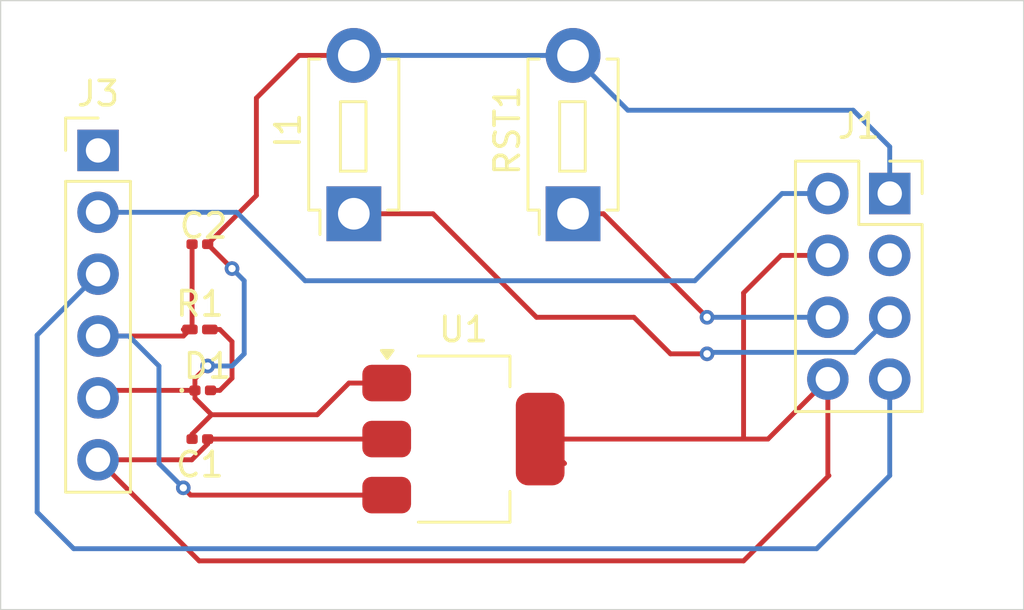
<source format=kicad_pcb>
(kicad_pcb (version 20240108) (generator "pcbnew") (generator_version "8.0")
  (layers (0 "F.Cu" signal) (31 "B.Cu" signal) (34 "B.Paste" user) (35 "F.Paste" user) (36 "B.SilkS" user "B.Silkscreen") (37 "F.SilkS" user "F.Silkscreen") (38 "B.Mask" user) (39 "F.Mask" user) (44 "Edge.Cuts" user))
  (net 0 "")
  (net 1 "/GND")
  (net 2 "/3v3")
  (net 3 "/5V")
  (net 4 "/r1d1")
  (net 5 "/rst")
  (net 6 "/tx2rx")
  (net 8 "/rx2tx")
  (net 9 "/I01")
  (footprint "LED_SMD:LED_0201_0603Metric" (layer "F.Cu") (at 107.7975 67.5)
    (property "Reference" "D1" (at 0.2025 -1 0) (layer "F.SilkS"))
    (property "Value" "LED")
    (fp_circle (center -0.86 0) (end -0.81 0) (stroke (width 0.1)) (fill none) (layer "F.SilkS"))
    (pad "1" smd roundrect (at -0.32 0) (size 0.46 0.4) (layers "F.Cu" "F.Mask") (net 1 "/GND"))
    (pad "2" smd roundrect (at 0.32 0) (size 0.46 0.4) (layers "F.Cu" "F.Mask") (net 4 "/r1d1"))
  )
  (footprint "Capacitor_SMD:C_0201_0603Metric" (layer "F.Cu") (at 107.68 61.5)
    (property "Reference" "C2" (at 0.155 -0.75 0) (layer "F.SilkS"))
    (property "Value" "10U")
    (pad "1" smd roundrect (at -0.32 0) (size 0.46 0.4) (layers "F.Cu" "F.Mask") (net 3 "/5V"))
    (pad "2" smd roundrect (at 0.32 0) (size 0.46 0.4) (layers "F.Cu" "F.Mask") (net 1 "/GND"))
  )
  (footprint "Package_TO_SOT_SMD:SOT-223-3_TabPin2" (layer "F.Cu") (at 118.5 69.5)
    (property "Reference" "U1" (at 0 -4.5 0) (layer "F.SilkS"))
    (property "Value" "AMS1117-3.3")
    (fp_line (start -1.85 -3.41) (end 1.91 -3.41) (stroke (width 0.12)) (layer "F.SilkS"))
    (fp_line (start -1.85 3.41) (end 1.91 3.41) (stroke (width 0.12)) (layer "F.SilkS"))
    (fp_line (start 1.91 -3.41) (end 1.91 -2.15) (stroke (width 0.12)) (layer "F.SilkS"))
    (fp_line (start 1.91 3.41) (end 1.91 2.15) (stroke (width 0.12)) (layer "F.SilkS"))
    (fp_poly (pts (xy -3.13 -3.31) (xy -3.37 -3.64) (xy -2.89 -3.64) (xy -3.13 -3.31)) (stroke (width 0.12)) (fill solid) (layer "F.SilkS"))
    (pad "1" smd roundrect (at -3.15 -2.3) (size 2 1.5) (layers "F.Cu" "F.Paste" "F.Mask") (net 1 "/GND"))
    (pad "2" smd roundrect (at -3.15 0) (size 2 1.5) (layers "F.Cu" "F.Paste" "F.Mask") (net 2 "/3v3"))
    (pad "2" smd roundrect (at 3.15 0) (size 2 3.8) (layers "F.Cu" "F.Paste" "F.Mask") (net 2 "/3v3"))
    (pad "3" smd roundrect (at -3.15 2.3) (size 2 1.5) (layers "F.Cu" "F.Paste" "F.Mask") (net 3 "/5V"))
  )
  (footprint "Connector_PinHeader_2.54mm:PinHeader_1x06_P2.54mm_Vertical" (layer "F.Cu") (at 103.5 57.65)
    (property "Reference" "J3" (at 0 -2.33 0) (layer "F.SilkS"))
    (property "Value" "Conn_01x06_Pin")
    (fp_line (start -1.33 -1.33) (end 0 -1.33) (stroke (width 0.12)) (layer "F.SilkS"))
    (fp_line (start -1.33 0) (end -1.33 -1.33) (stroke (width 0.12)) (layer "F.SilkS"))
    (fp_line (start -1.33 1.27) (end -1.33 14.03) (stroke (width 0.12)) (layer "F.SilkS"))
    (fp_line (start -1.33 1.27) (end 1.33 1.27) (stroke (width 0.12)) (layer "F.SilkS"))
    (fp_line (start -1.33 14.03) (end 1.33 14.03) (stroke (width 0.12)) (layer "F.SilkS"))
    (fp_line (start 1.33 1.27) (end 1.33 14.03) (stroke (width 0.12)) (layer "F.SilkS"))
    (pad "1" thru_hole rect (at 0 0) (size 1.7 1.7) (drill 1) (layers "*.Cu" "*.Mask"))
    (pad "2" thru_hole oval (at 0 2.54) (size 1.7 1.7) (drill 1) (layers "*.Cu" "*.Mask") (net 6 "/tx2rx"))
    (pad "3" thru_hole oval (at 0 5.08) (size 1.7 1.7) (drill 1) (layers "*.Cu" "*.Mask") (net 8 "/rx2tx"))
    (pad "4" thru_hole oval (at 0 7.62) (size 1.7 1.7) (drill 1) (layers "*.Cu" "*.Mask") (net 3 "/5V"))
    (pad "5" thru_hole oval (at 0 10.16) (size 1.7 1.7) (drill 1) (layers "*.Cu" "*.Mask") (net 1 "/GND"))
    (pad "6" thru_hole oval (at 0 12.7) (size 1.7 1.7) (drill 1) (layers "*.Cu" "*.Mask") (net 2 "/3v3"))
  )
  (footprint "Button_Switch_THT:SW_PUSH_1P1T_6x3.5mm_H4.3_APEM_MJTP1243" (layer "F.Cu") (at 114 60.25 90)
    (property "Reference" "I1" (at 3.42 -2.7 90) (layer "F.SilkS"))
    (property "Value" "I01")
    (fp_line (start 6.35 -1.85) (end 0.15 -1.85) (stroke (width 0.12)) (layer "F.SilkS"))
    (fp_line (start 6.35 -1.85) (end 6.35 -1.39) (stroke (width 0.12)) (layer "F.SilkS"))
    (fp_line (start 0.15 -1.85) (end 0.15 -1.39) (stroke (width 0.12)) (layer "F.SilkS"))
    (fp_line (start 0.15 -1.39) (end -0.85 -1.39) (stroke (width 0.12)) (layer "F.SilkS"))
    (fp_line (start 6.35 1.39) (end 6.35 1.85) (stroke (width 0.12)) (layer "F.SilkS"))
    (fp_line (start 0.15 1.39) (end 0.15 1.85) (stroke (width 0.12)) (layer "F.SilkS"))
    (fp_line (start 0.15 1.85) (end 6.35 1.85) (stroke (width 0.12)) (layer "F.SilkS"))
    (fp_rect (start 1.75 -0.55) (end 4.6 0.5) (stroke (width 0.12)) (fill none) (layer "F.SilkS"))
    (pad "1" thru_hole rect (at 0 0 180) (size 2.25 2.25) (drill 1.3) (layers "*.Cu" "*.Mask") (net 9 "/I01"))
    (pad "2" thru_hole circle (at 6.5 0 180) (size 2.25 2.25) (drill 1.3) (layers "*.Cu" "*.Mask") (net 1 "/GND"))
  )
  (footprint "Connector_PinSocket_2.54mm:PinSocket_2x04_P2.54mm_Vertical" (layer "F.Cu") (at 136 59.42)
    (property "Reference" "J1" (at -1.27 -2.77 0) (layer "F.SilkS"))
    (property "Value" "~")
    (fp_line (start -3.87 -1.33) (end -3.87 8.95) (stroke (width 0.12)) (layer "F.SilkS"))
    (fp_line (start -3.87 -1.33) (end -1.27 -1.33) (stroke (width 0.12)) (layer "F.SilkS"))
    (fp_line (start -3.87 8.95) (end 1.33 8.95) (stroke (width 0.12)) (layer "F.SilkS"))
    (fp_line (start -1.27 -1.33) (end -1.27 1.27) (stroke (width 0.12)) (layer "F.SilkS"))
    (fp_line (start -1.27 1.27) (end 1.33 1.27) (stroke (width 0.12)) (layer "F.SilkS"))
    (fp_line (start 0 -1.33) (end 1.33 -1.33) (stroke (width 0.12)) (layer "F.SilkS"))
    (fp_line (start 1.33 -1.33) (end 1.33 0) (stroke (width 0.12)) (layer "F.SilkS"))
    (fp_line (start 1.33 1.27) (end 1.33 8.95) (stroke (width 0.12)) (layer "F.SilkS"))
    (pad "1" thru_hole rect (at 0 0) (size 1.7 1.7) (drill 1) (layers "*.Cu" "*.Mask") (net 1 "/GND"))
    (pad "2" thru_hole oval (at -2.54 0) (size 1.7 1.7) (drill 1) (layers "*.Cu" "*.Mask") (net 6 "/tx2rx"))
    (pad "3" thru_hole oval (at 0 2.54) (size 1.7 1.7) (drill 1) (layers "*.Cu" "*.Mask"))
    (pad "4" thru_hole oval (at -2.54 2.54) (size 1.7 1.7) (drill 1) (layers "*.Cu" "*.Mask") (net 2 "/3v3"))
    (pad "5" thru_hole oval (at 0 5.08) (size 1.7 1.7) (drill 1) (layers "*.Cu" "*.Mask") (net 9 "/I01"))
    (pad "6" thru_hole oval (at -2.54 5.08) (size 1.7 1.7) (drill 1) (layers "*.Cu" "*.Mask") (net 5 "/rst"))
    (pad "7" thru_hole oval (at 0 7.62) (size 1.7 1.7) (drill 1) (layers "*.Cu" "*.Mask") (net 8 "/rx2tx"))
    (pad "8" thru_hole oval (at -2.54 7.62) (size 1.7 1.7) (drill 1) (layers "*.Cu" "*.Mask") (net 2 "/3v3"))
  )
  (footprint "Button_Switch_THT:SW_PUSH_1P1T_6x3.5mm_H4.3_APEM_MJTP1243" (layer "F.Cu") (at 123 60.25 90)
    (property "Reference" "RST1" (at 3.42 -2.7 90) (layer "F.SilkS"))
    (property "Value" "RST")
    (fp_line (start 6.35 -1.85) (end 0.15 -1.85) (stroke (width 0.12)) (layer "F.SilkS"))
    (fp_line (start 6.35 -1.85) (end 6.35 -1.39) (stroke (width 0.12)) (layer "F.SilkS"))
    (fp_line (start 0.15 -1.85) (end 0.15 -1.39) (stroke (width 0.12)) (layer "F.SilkS"))
    (fp_line (start 0.15 -1.39) (end -0.85 -1.39) (stroke (width 0.12)) (layer "F.SilkS"))
    (fp_line (start 6.35 1.39) (end 6.35 1.85) (stroke (width 0.12)) (layer "F.SilkS"))
    (fp_line (start 0.15 1.39) (end 0.15 1.85) (stroke (width 0.12)) (layer "F.SilkS"))
    (fp_line (start 0.15 1.85) (end 6.35 1.85) (stroke (width 0.12)) (layer "F.SilkS"))
    (fp_rect (start 1.75 -0.55) (end 4.6 0.5) (stroke (width 0.12)) (fill none) (layer "F.SilkS"))
    (pad "1" thru_hole rect (at 0 0 180) (size 2.25 2.25) (drill 1.3) (layers "*.Cu" "*.Mask") (net 5 "/rst"))
    (pad "2" thru_hole circle (at 6.5 0 180) (size 2.25 2.25) (drill 1.3) (layers "*.Cu" "*.Mask") (net 1 "/GND"))
  )
  (footprint "Capacitor_SMD:C_0201_0603Metric" (layer "F.Cu") (at 107.68 69.5 180)
    (property "Reference" "C1" (at 0 -1.05 0) (layer "F.SilkS"))
    (property "Value" "10U")
    (pad "1" smd roundrect (at -0.32 0 180) (size 0.46 0.4) (layers "F.Cu" "F.Mask") (net 2 "/3v3"))
    (pad "2" smd roundrect (at 0.32 0 180) (size 0.46 0.4) (layers "F.Cu" "F.Mask") (net 1 "/GND"))
  )
  (footprint "Resistor_SMD:R_0201_0603Metric_Pad0.64x0.40mm_HandSolder" (layer "F.Cu") (at 107.68 65)
    (property "Reference" "R1" (at 0 -1.05 0) (layer "F.SilkS"))
    (property "Value" "220")
    (pad "1" smd roundrect (at -0.4075 0) (size 0.635 0.4) (layers "F.Cu" "F.Mask") (net 3 "/5V"))
    (pad "2" smd roundrect (at 0.4075 0) (size 0.635 0.4) (layers "F.Cu" "F.Mask") (net 4 "/r1d1"))
  )
  (gr_rect (start 99.5 51.5) (end 141.5 76.5) (stroke (width 0.05)) (fill none) (layer "Edge.Cuts"))
  (segment (start 108 61.5) (end 110 59.5) (width 0.2) (layer "F.Cu") (net 1))
  (segment (start 108.160001 68.5) (end 107.36 69.300001) (width 0.2) (layer "F.Cu") (net 1))
  (segment (start 103.81 67.5) (end 103.5 67.81) (width 0.2) (layer "F.Cu") (net 1))
  (segment (start 110 55.5) (end 111.75 53.75) (width 0.2) (layer "F.Cu") (net 1))
  (segment (start 111.75 53.75) (end 114 53.75) (width 0.2) (layer "F.Cu") (net 1))
  (segment (start 107.4775 67.5) (end 107.4775 67.0225) (width 0.2) (layer "F.Cu") (net 1))
  (segment (start 112.5 68.5) (end 108.160001 68.5) (width 0.2) (layer "F.Cu") (net 1))
  (segment (start 108 61.5) (end 109 62.5) (width 0.2) (layer "F.Cu") (net 1))
  (segment (start 107.4775 67.5) (end 103.81 67.5) (width 0.2) (layer "F.Cu") (net 1))
  (segment (start 107.36 67.6175) (end 107.4775 67.5) (width 0.2) (layer "F.Cu") (net 1))
  (segment (start 113.8 67.2) (end 112.5 68.5) (width 0.2) (layer "F.Cu") (net 1))
  (segment (start 115.35 67.2) (end 113.8 67.2) (width 0.2) (layer "F.Cu") (net 1))
  (segment (start 110 59.5) (end 110 55.5) (width 0.2) (layer "F.Cu") (net 1))
  (segment (start 107.4775 67.817499) (end 108.160001 68.5) (width 0.2) (layer "F.Cu") (net 1))
  (segment (start 107.4775 67.5) (end 107.4775 67.817499) (width 0.2) (layer "F.Cu") (net 1))
  (segment (start 107.36 69.300001) (end 107.36 69.5) (width 0.2) (layer "F.Cu") (net 1))
  (segment (start 107.4775 67.0225) (end 108 66.5) (width 0.2) (layer "F.Cu") (net 1))
  (via (at 108 66.5) (size 0.6) (drill 0.3) (layers "F.Cu" "B.Cu") (net 1))
  (via (at 109 62.5) (size 0.6) (drill 0.3) (layers "F.Cu" "B.Cu") (net 1))
  (segment (start 123 53.75) (end 125.25 56) (width 0.2) (layer "B.Cu") (net 1))
  (segment (start 134.5 56) (end 136 57.5) (width 0.2) (layer "B.Cu") (net 1))
  (segment (start 109 66.5) (end 109.5 66) (width 0.2) (layer "B.Cu") (net 1))
  (segment (start 125.25 56) (end 134.5 56) (width 0.2) (layer "B.Cu") (net 1))
  (segment (start 108 66.5) (end 109 66.5) (width 0.2) (layer "B.Cu") (net 1))
  (segment (start 109.5 63) (end 109 62.5) (width 0.2) (layer "B.Cu") (net 1))
  (segment (start 109.5 66) (end 109.5 63) (width 0.2) (layer "B.Cu") (net 1))
  (segment (start 136 57.5) (end 136 59.42) (width 0.2) (layer "B.Cu") (net 1))
  (segment (start 114 53.75) (end 123 53.75) (width 0.2) (layer "B.Cu") (net 1))
  (segment (start 133.46 61.96) (end 131.54 61.96) (width 0.2) (layer "F.Cu") (net 2))
  (segment (start 133.5 71) (end 133.46 70.96) (width 0.2) (layer "F.Cu") (net 2))
  (segment (start 103.5 70.35) (end 107.65 74.5) (width 0.2) (layer "F.Cu") (net 2))
  (segment (start 108 69.699999) (end 108 69.5) (width 0.2) (layer "F.Cu") (net 2))
  (segment (start 133.46 70.96) (end 133.46 67.04) (width 0.2) (layer "F.Cu") (net 2))
  (segment (start 108 69.5) (end 115.35 69.5) (width 0.2) (layer "F.Cu") (net 2))
  (segment (start 107.349999 70.35) (end 108 69.699999) (width 0.2) (layer "F.Cu") (net 2))
  (segment (start 130 69.5) (end 131 69.5) (width 0.2) (layer "F.Cu") (net 2))
  (segment (start 121.65 69.5) (end 130 69.5) (width 0.2) (layer "F.Cu") (net 2))
  (segment (start 121.65 69.5) (end 121.825 69.675) (width 0.2) (layer "F.Cu") (net 2))
  (segment (start 121.65 69.5) (end 122.65 70.5) (width 0.2) (layer "F.Cu") (net 2))
  (segment (start 130 74.5) (end 133.5 71) (width 0.2) (layer "F.Cu") (net 2))
  (segment (start 107.65 74.5) (end 130 74.5) (width 0.2) (layer "F.Cu") (net 2))
  (segment (start 131 69.5) (end 133.46 67.04) (width 0.2) (layer "F.Cu") (net 2))
  (segment (start 131.54 61.96) (end 130 63.5) (width 0.2) (layer "F.Cu") (net 2))
  (segment (start 103.5 70.35) (end 107.349999 70.35) (width 0.2) (layer "F.Cu") (net 2))
  (segment (start 130 63.5) (end 130 69.5) (width 0.2) (layer "F.Cu") (net 2))
  (segment (start 107.36 61.5) (end 107.36 64.9125) (width 0.2) (layer "F.Cu") (net 3))
  (segment (start 107 71.5) (end 107.3 71.8) (width 0.2) (layer "F.Cu") (net 3))
  (segment (start 103.5 65.27) (end 107.0025 65.27) (width 0.2) (layer "F.Cu") (net 3))
  (segment (start 107.3 71.8) (end 115.35 71.8) (width 0.2) (layer "F.Cu") (net 3))
  (segment (start 107.2725 65) (end 107 65) (width 0.2) (layer "F.Cu") (net 3))
  (segment (start 107.0025 65.27) (end 107.2725 65) (width 0.2) (layer "F.Cu") (net 3))
  (segment (start 107.36 64.9125) (end 107.2725 65) (width 0.2) (layer "F.Cu") (net 3))
  (via (at 107 71.5) (size 0.6) (drill 0.3) (layers "F.Cu" "B.Cu") (net 3))
  (segment (start 106 66.5) (end 106 70.5) (width 0.2) (layer "B.Cu") (net 3))
  (segment (start 104.77 65.27) (end 106 66.5) (width 0.2) (layer "B.Cu") (net 3))
  (segment (start 103.5 65.27) (end 104.77 65.27) (width 0.2) (layer "B.Cu") (net 3))
  (segment (start 106 70.5) (end 107 71.5) (width 0.2) (layer "B.Cu") (net 3))
  (segment (start 108.5 65) (end 109 65.5) (width 0.2) (layer "F.Cu") (net 4))
  (segment (start 108.0875 67.47) (end 108.1175 67.5) (width 0.2) (layer "F.Cu") (net 4))
  (segment (start 108.5 67.5) (end 108.1175 67.5) (width 0.2) (layer "F.Cu") (net 4))
  (segment (start 109 67) (end 108.5 67.5) (width 0.2) (layer "F.Cu") (net 4))
  (segment (start 108.0875 65) (end 108.5 65) (width 0.2) (layer "F.Cu") (net 4))
  (segment (start 109 65.5) (end 109 67) (width 0.2) (layer "F.Cu") (net 4))
  (segment (start 124.25 60.25) (end 128.5 64.5) (width 0.2) (layer "F.Cu") (net 5))
  (segment (start 123 60.25) (end 124.25 60.25) (width 0.2) (layer "F.Cu") (net 5))
  (via (at 128.5 64.5) (size 0.6) (drill 0.3) (layers "F.Cu" "B.Cu") (net 5))
  (segment (start 128.5 64.5) (end 133.46 64.5) (width 0.2) (layer "B.Cu") (net 5))
  (segment (start 103.5 60.19) (end 109.19 60.19) (width 0.2) (layer "B.Cu") (net 6))
  (segment (start 109.19 60.19) (end 112 63) (width 0.2) (layer "B.Cu") (net 6))
  (segment (start 131.58 59.42) (end 133.46 59.42) (width 0.2) (layer "B.Cu") (net 6))
  (segment (start 128 63) (end 131.58 59.42) (width 0.2) (layer "B.Cu") (net 6))
  (segment (start 112 63) (end 128 63) (width 0.2) (layer "B.Cu") (net 6))
  (segment (start 102.5 74) (end 133 74) (width 0.2) (layer "B.Cu") (net 8))
  (segment (start 101 72.5) (end 102.5 74) (width 0.2) (layer "B.Cu") (net 8))
  (segment (start 136 71) (end 136 67.04) (width 0.2) (layer "B.Cu") (net 8))
  (segment (start 103.5 62.73) (end 101 65.23) (width 0.2) (layer "B.Cu") (net 8))
  (segment (start 133 74) (end 136 71) (width 0.2) (layer "B.Cu") (net 8))
  (segment (start 101 65.23) (end 101 72.5) (width 0.2) (layer "B.Cu") (net 8))
  (segment (start 125.5 64.5) (end 127 66) (width 0.2) (layer "F.Cu") (net 9))
  (segment (start 127 66) (end 128.5 66) (width 0.2) (layer "F.Cu") (net 9))
  (segment (start 117.25 60.25) (end 121.5 64.5) (width 0.2) (layer "F.Cu") (net 9))
  (segment (start 114 60.25) (end 117.25 60.25) (width 0.2) (layer "F.Cu") (net 9))
  (segment (start 121.5 64.5) (end 125.5 64.5) (width 0.2) (layer "F.Cu") (net 9))
  (via (at 128.5 66) (size 0.6) (drill 0.3) (layers "F.Cu" "B.Cu") (net 9))
  (segment (start 134.56 65.94) (end 136 64.5) (width 0.2) (layer "B.Cu") (net 9))
  (segment (start 128.56 65.94) (end 134.56 65.94) (width 0.2) (layer "B.Cu") (net 9))
  (segment (start 128.5 66) (end 128.56 65.94) (width 0.2) (layer "B.Cu") (net 9))
)
</source>
